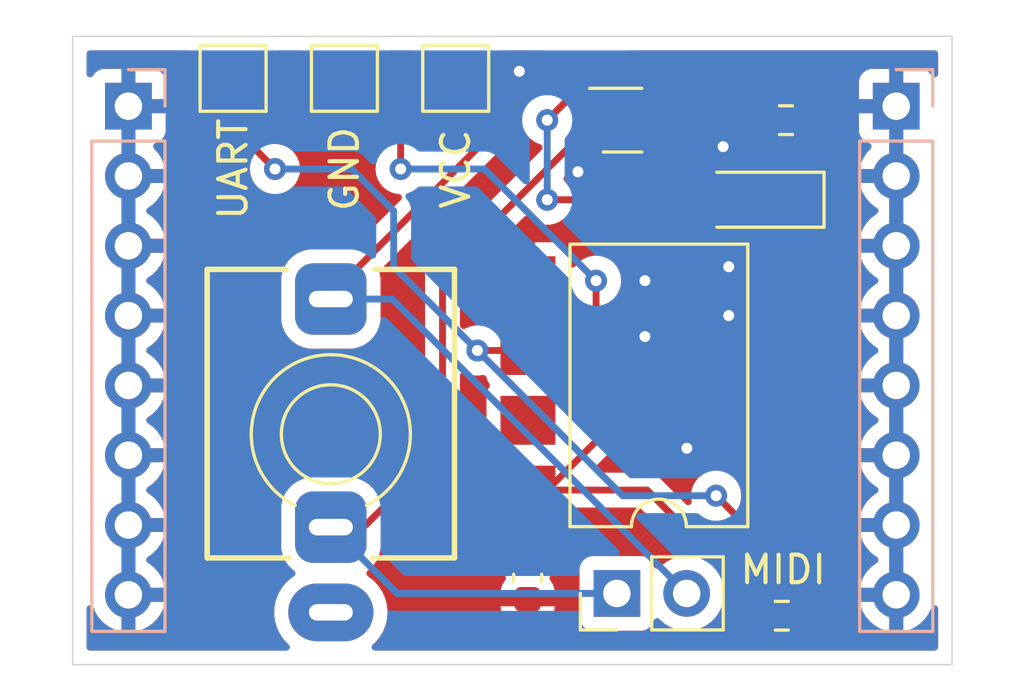
<source format=kicad_pcb>
(kicad_pcb (version 20211014) (generator pcbnew)
  (layers (0 "F.Cu" signal) (31 "B.Cu" signal) (34 "B.Paste" user) (35 "F.Paste" user) (36 "B.SilkS" user "B.Silkscreen") (37 "F.SilkS" user "F.Silkscreen") (38 "B.Mask" user) (39 "F.Mask" user) (44 "Edge.Cuts" user))
  (net 0 "")
  (net 1 "+3V3")
  (net 2 "GND")
  (net 6 "Net-(D1-Pad1)")
  (net 7 "Net-(D1-Pad2)")
  (net 8 "Net-(D1-Pad3)")
  (net 9 "Net-(D1-Pad6)")
  (net 10 "Net-(D2-Pad1)")
  (net 11 "/uart")
  (footprint "TestPoint:TestPoint_Pad_2.0x2.0mm" (layer "F.Cu") (at 103.35 75.184)
    (fp_text reference "J4")
    (fp_text value "VCC" (at 0 3.302 -90) (layer "F.SilkS"))
    (fp_line (start -1.2 -1.2) (end 1.2 -1.2) (layer "F.SilkS") (width 0.12))
    (fp_line (start 1.2 -1.2) (end 1.2 1.2) (layer "F.SilkS") (width 0.12))
    (fp_line (start -1.2 1.2) (end -1.2 -1.2) (layer "F.SilkS") (width 0.12))
    (fp_line (start 1.2 1.2) (end -1.2 1.2) (layer "F.SilkS") (width 0.12))
    (pad "1" smd rect (at 0 0) (size 2 2) (layers "F.Cu" "F.Mask") (net 1 "+3V3"))
  )
  (footprint "Diode_SMD:D_SOD-123" (layer "F.Cu") (at 114.5032 79.6036 180)
    (fp_text reference "D2")
    (fp_text value "1N4148")
    (fp_line (start -2.25 -1) (end 1.65 -1) (layer "F.SilkS") (width 0.12))
    (fp_line (start -2.25 1) (end 1.65 1) (layer "F.SilkS") (width 0.12))
    (fp_line (start -2.25 -1) (end -2.25 1) (layer "F.SilkS") (width 0.12))
    (pad "1" smd rect (at -1.65 0 180) (size 0.9 1.2) (layers "F.Cu" "F.Paste" "F.Mask") (net 10 "Net-(D2-Pad1)"))
    (pad "2" smd rect (at 1.65 0 180) (size 0.9 1.2) (layers "F.Cu" "F.Paste" "F.Mask") (net 6 "Net-(D1-Pad1)"))
  )
  (footprint "TestPoint:TestPoint_Pad_2.0x2.0mm" (layer "F.Cu") (at 95.25 75.184)
    (fp_text reference "J2")
    (fp_text value "UART" (at 0 3.302 -90) (layer "F.SilkS"))
    (fp_line (start 1.2 -1.2) (end 1.2 1.2) (layer "F.SilkS") (width 0.12))
    (fp_line (start -1.2 1.2) (end -1.2 -1.2) (layer "F.SilkS") (width 0.12))
    (fp_line (start -1.2 -1.2) (end 1.2 -1.2) (layer "F.SilkS") (width 0.12))
    (fp_line (start 1.2 1.2) (end -1.2 1.2) (layer "F.SilkS") (width 0.12))
    (pad "1" smd rect (at 0 0) (size 2 2) (layers "F.Cu" "F.Mask") (net 11 "/uart"))
  )
  (footprint "Package_DIP:SMDIP-8_W9.53mm" (layer "F.Cu") (at 110.744 86.36 180)
    (fp_text reference "U1")
    (fp_text value "6N137")
    (fp_line (start -3.235 5.14) (end 3.235 5.14) (layer "F.SilkS") (width 0.12))
    (fp_line (start -1 -5.14) (end -3.235 -5.14) (layer "F.SilkS") (width 0.12))
    (fp_line (start 3.235 5.14) (end 3.235 -5.14) (layer "F.SilkS") (width 0.12))
    (fp_line (start 3.235 -5.14) (end 1 -5.14) (layer "F.SilkS") (width 0.12))
    (fp_line (start -3.235 -5.14) (end -3.235 5.14) (layer "F.SilkS") (width 0.12))
    (fp_arc (start 1 -5.14) (mid 0 -4.14) (end -1 -5.14) (layer "F.SilkS") (width 0.12))
    (pad "1" smd rect (at -4.765 -3.81 180) (size 2 1.78) (layers "F.Cu" "F.Paste" "F.Mask"))
    (pad "2" smd rect (at -4.765 -1.27 180) (size 2 1.78) (layers "F.Cu" "F.Paste" "F.Mask") (net 10 "Net-(D2-Pad1)"))
    (pad "3" smd rect (at -4.765 1.27 180) (size 2 1.78) (layers "F.Cu" "F.Paste" "F.Mask") (net 6 "Net-(D1-Pad1)"))
    (pad "4" smd rect (at -4.765 3.81 180) (size 2 1.78) (layers "F.Cu" "F.Paste" "F.Mask"))
    (pad "5" smd rect (at 4.765 3.81 180) (size 2 1.78) (layers "F.Cu" "F.Paste" "F.Mask") (net 2 "GND"))
    (pad "6" smd rect (at 4.765 1.27 180) (size 2 1.78) (layers "F.Cu" "F.Paste" "F.Mask") (net 11 "/uart"))
    (pad "7" smd rect (at 4.765 -1.27 180) (size 2 1.78) (layers "F.Cu" "F.Paste" "F.Mask"))
    (pad "8" smd rect (at 4.765 -3.81 180) (size 2 1.78) (layers "F.Cu" "F.Paste" "F.Mask") (net 1 "+3V3"))
  )
  (footprint "Connector_PinHeader_2.54mm:PinHeader_1x02_P2.54mm_Vertical" (layer "F.Cu") (at 109.215 93.9292 90)
    (fp_text reference "MIDI" (at 0.8636 6.0502) (layer "F.SilkS"))
    (fp_text value "MIDI")
    (fp_line (start -1.33 0) (end -1.33 -1.33) (layer "F.SilkS") (width 0.12))
    (fp_line (start -1.33 1.27) (end -1.33 3.87) (layer "F.SilkS") (width 0.12))
    (fp_line (start -1.33 -1.33) (end 0 -1.33) (layer "F.SilkS") (width 0.12))
    (fp_line (start -1.33 1.27) (end 1.33 1.27) (layer "F.SilkS") (width 0.12))
    (fp_line (start 1.33 1.27) (end 1.33 3.87) (layer "F.SilkS") (width 0.12))
    (fp_line (start -1.33 3.87) (end 1.33 3.87) (layer "F.SilkS") (width 0.12))
    (pad "1" thru_hole rect (at 0 0 90) (size 1.7 1.7) (drill 1) (layers *.Cu *.Mask) (net 8 "Net-(D1-Pad3)"))
    (pad "2" thru_hole oval (at 0 2.54 90) (size 1.7 1.7) (drill 1) (layers *.Cu *.Mask) (net 9 "Net-(D1-Pad6)"))
  )
  (footprint "Resistor_SMD:R_0603_1608Metric" (layer "F.Cu") (at 115.2144 94.742 180)
    (fp_text reference "R2")
    (fp_text value "10k")
    (fp_line (start -0.237258 0.5225) (end 0.237258 0.5225) (layer "F.SilkS") (width 0.12))
    (fp_line (start -0.237258 -0.5225) (end 0.237258 -0.5225) (layer "F.SilkS") (width 0.12))
    (pad "1" smd roundrect (at -0.825 0 180) (size 0.8 0.95) (layers "F.Cu" "F.Paste" "F.Mask") (net 11 "/uart"))
    (pad "2" smd roundrect (at 0.825 0 180) (size 0.8 0.95) (layers "F.Cu" "F.Paste" "F.Mask") (net 1 "+3V3"))
  )
  (footprint "Resistor_SMD:R_0603_1608Metric" (layer "F.Cu") (at 115.3668 76.708 180)
    (fp_text reference "R1")
    (fp_text value "220R")
    (fp_line (start -0.237258 -0.5225) (end 0.237258 -0.5225) (layer "F.SilkS") (width 0.12))
    (fp_line (start -0.237258 0.5225) (end 0.237258 0.5225) (layer "F.SilkS") (width 0.12))
    (pad "1" smd roundrect (at -0.825 0 180) (size 0.8 0.95) (layers "F.Cu" "F.Paste" "F.Mask") (net 10 "Net-(D2-Pad1)"))
    (pad "2" smd roundrect (at 0.825 0 180) (size 0.8 0.95) (layers "F.Cu" "F.Paste" "F.Mask") (net 7 "Net-(D1-Pad2)"))
  )
  (footprint "TestPoint:TestPoint_Pad_2.0x2.0mm" (layer "F.Cu") (at 99.3 75.184)
    (fp_text reference "J3")
    (fp_text value "GND" (at 0 3.302 -90) (layer "F.SilkS"))
    (fp_line (start 1.2 1.2) (end -1.2 1.2) (layer "F.SilkS") (width 0.12))
    (fp_line (start -1.2 1.2) (end -1.2 -1.2) (layer "F.SilkS") (width 0.12))
    (fp_line (start -1.2 -1.2) (end 1.2 -1.2) (layer "F.SilkS") (width 0.12))
    (fp_line (start 1.2 -1.2) (end 1.2 1.2) (layer "F.SilkS") (width 0.12))
    (pad "1" smd rect (at 0 0) (size 2 2) (layers "F.Cu" "F.Mask") (net 2 "GND"))
  )
  (footprint "Package_TO_SOT_SMD:SOT-363_SC-70-6" (layer "F.Cu") (at 109.4232 76.708)
    (fp_text reference "D1")
    (fp_text value "BAT54XY")
    (fp_line (start -0.7 1.16) (end 0.7 1.16) (layer "F.SilkS") (width 0.12))
    (fp_line (start 0.7 -1.16) (end -1.2 -1.16) (layer "F.SilkS") (width 0.12))
    (pad "1" smd rect (at -0.95 -0.65) (size 0.65 0.4) (layers "F.Cu" "F.Paste" "F.Mask") (net 6 "Net-(D1-Pad1)"))
    (pad "2" smd rect (at -0.95 0) (size 0.65 0.4) (layers "F.Cu" "F.Paste" "F.Mask") (net 7 "Net-(D1-Pad2)"))
    (pad "3" smd rect (at -0.95 0.65) (size 0.65 0.4) (layers "F.Cu" "F.Paste" "F.Mask") (net 8 "Net-(D1-Pad3)"))
    (pad "4" smd rect (at 0.95 0.65) (size 0.65 0.4) (layers "F.Cu" "F.Paste" "F.Mask") (net 6 "Net-(D1-Pad1)"))
    (pad "5" smd rect (at 0.95 0) (size 0.65 0.4) (layers "F.Cu" "F.Paste" "F.Mask") (net 7 "Net-(D1-Pad2)"))
    (pad "6" smd rect (at 0.95 -0.65) (size 0.65 0.4) (layers "F.Cu" "F.Paste" "F.Mask") (net 9 "Net-(D1-Pad6)"))
  )
  (footprint "AudioJacks:Jack_3.5mm_QingPu_WQP-PJ366ST_Vertical" (layer "F.Cu") (at 98.806 88.138)
    (fp_text reference "J1")
    (fp_text value "PJ366ST")
    (fp_line (start 1.5 4.5) (end 4.5 4.5) (layer "F.SilkS") (width 0.2))
    (fp_line (start 1.6 -6) (end 4.5 -6) (layer "F.SilkS") (width 0.2))
    (fp_line (start 4.5 4.5) (end 4.5 -6) (layer "F.SilkS") (width 0.2))
    (fp_line (start -4.5 4.5) (end -4.5 -6) (layer "F.SilkS") (width 0.2))
    (fp_line (start -4.5 4.5) (end -1.5 4.5) (layer "F.SilkS") (width 0.2))
    (fp_line (start -4.5 -6) (end -1.6 -6) (layer "F.SilkS") (width 0.2))
    (fp_arc (start -1.296263 2.588577) (mid -2.817353 -0.665994) (end 0 -2.895) (layer "F.SilkS") (width 0.12))
    (fp_arc (start 0 -2.895) (mid 2.817353 -0.665994) (end 1.296263 2.588577) (layer "F.SilkS") (width 0.12))
    (fp_circle (center 0 0) (end -1.8 0) (layer "F.SilkS") (width 0.12) (fill none))
    (pad "R" thru_hole roundrect (at 0 3.38) (size 2.6 2.6) (drill oval 1.6 0.6) (layers *.Cu *.Mask) (net 8 "Net-(D1-Pad3)"))
    (pad "S" thru_hole oval (at 0 6.48) (size 3.1 2.1) (drill oval 1.6 0.6) (layers *.Cu *.Mask))
    (pad "T" thru_hole roundrect (at 0 -4.92) (size 2.6 2.6) (drill oval 1.6 0.6) (layers *.Cu *.Mask) (net 9 "Net-(D1-Pad6)"))
  )
  (footprint "Capacitor_SMD:C_0603_1608Metric" (layer "F.Cu") (at 105.9688 93.3704 -90)
    (fp_text reference "C1")
    (fp_text value "100n")
    (fp_line (start -0.14058 0.51) (end 0.14058 0.51) (layer "F.SilkS") (width 0.12))
    (fp_line (start -0.14058 -0.51) (end 0.14058 -0.51) (layer "F.SilkS") (width 0.12))
    (pad "1" smd roundrect (at -0.775 0 270) (size 0.9 0.95) (layers "F.Cu" "F.Paste" "F.Mask") (net 1 "+3V3"))
    (pad "2" smd roundrect (at 0.775 0 270) (size 0.9 0.95) (layers "F.Cu" "F.Paste" "F.Mask") (net 2 "GND"))
  )
  (footprint "Connector_PinHeader_2.54mm:PinHeader_1x08_P2.54mm_Vertical" (layer "B.Cu") (at 119.38 76.2 180)
    (fp_text reference "J6")
    (fp_text value "Conn_01x08")
    (fp_line (start -1.33 1.33) (end 0 1.33) (layer "B.SilkS") (width 0.12))
    (fp_line (start -1.33 -1.27) (end 1.33 -1.27) (layer "B.SilkS") (width 0.12))
    (fp_line (start 1.33 -1.27) (end 1.33 -19.11) (layer "B.SilkS") (width 0.12))
    (fp_line (start -1.33 -19.11) (end 1.33 -19.11) (layer "B.SilkS") (width 0.12))
    (fp_line (start -1.33 0) (end -1.33 1.33) (layer "B.SilkS") (width 0.12))
    (fp_line (start -1.33 -1.27) (end -1.33 -19.11) (layer "B.SilkS") (width 0.12))
    (pad "1" thru_hole rect (at 0 0 180) (size 1.7 1.7) (drill 1) (layers *.Cu *.Mask) (net 2 "GND"))
    (pad "2" thru_hole oval (at 0 -2.54 180) (size 1.7 1.7) (drill 1) (layers *.Cu *.Mask) (net 2 "GND"))
    (pad "3" thru_hole oval (at 0 -5.08 180) (size 1.7 1.7) (drill 1) (layers *.Cu *.Mask) (net 2 "GND"))
    (pad "4" thru_hole oval (at 0 -7.62 180) (size 1.7 1.7) (drill 1) (layers *.Cu *.Mask) (net 2 "GND"))
    (pad "5" thru_hole oval (at 0 -10.16 180) (size 1.7 1.7) (drill 1) (layers *.Cu *.Mask) (net 2 "GND"))
    (pad "6" thru_hole oval (at 0 -12.7 180) (size 1.7 1.7) (drill 1) (layers *.Cu *.Mask) (net 2 "GND"))
    (pad "7" thru_hole oval (at 0 -15.24 180) (size 1.7 1.7) (drill 1) (layers *.Cu *.Mask) (net 2 "GND"))
    (pad "8" thru_hole oval (at 0 -17.78 180) (size 1.7 1.7) (drill 1) (layers *.Cu *.Mask) (net 2 "GND"))
  )
  (footprint "Connector_PinHeader_2.54mm:PinHeader_1x08_P2.54mm_Vertical" (layer "B.Cu") (at 91.44 76.2 180)
    (fp_text reference "J5")
    (fp_text value "Conn_01x08")
    (fp_line (start -1.33 -1.27) (end -1.33 -19.11) (layer "B.SilkS") (width 0.12))
    (fp_line (start -1.33 -1.27) (end 1.33 -1.27) (layer "B.SilkS") (width 0.12))
    (fp_line (start 1.33 -1.27) (end 1.33 -19.11) (layer "B.SilkS") (width 0.12))
    (fp_line (start -1.33 0) (end -1.33 1.33) (layer "B.SilkS") (width 0.12))
    (fp_line (start -1.33 -19.11) (end 1.33 -19.11) (layer "B.SilkS") (width 0.12))
    (fp_line (start -1.33 1.33) (end 0 1.33) (layer "B.SilkS") (width 0.12))
    (pad "1" thru_hole rect (at 0 0 180) (size 1.7 1.7) (drill 1) (layers *.Cu *.Mask) (net 2 "GND"))
    (pad "2" thru_hole oval (at 0 -2.54 180) (size 1.7 1.7) (drill 1) (layers *.Cu *.Mask) (net 2 "GND"))
    (pad "3" thru_hole oval (at 0 -5.08 180) (size 1.7 1.7) (drill 1) (layers *.Cu *.Mask) (net 2 "GND"))
    (pad "4" thru_hole oval (at 0 -7.62 180) (size 1.7 1.7) (drill 1) (layers *.Cu *.Mask) (net 2 "GND"))
    (pad "5" thru_hole oval (at 0 -10.16 180) (size 1.7 1.7) (drill 1) (layers *.Cu *.Mask) (net 2 "GND"))
    (pad "6" thru_hole oval (at 0 -12.7 180) (size 1.7 1.7) (drill 1) (layers *.Cu *.Mask) (net 2 "GND"))
    (pad "7" thru_hole oval (at 0 -15.24 180) (size 1.7 1.7) (drill 1) (layers *.Cu *.Mask) (net 2 "GND"))
    (pad "8" thru_hole oval (at 0 -17.78 180) (size 1.7 1.7) (drill 1) (layers *.Cu *.Mask) (net 2 "GND"))
  )
  (gr_rect (start 89.408 73.66) (end 121.412 96.52) (layer "Edge.Cuts") (width 0.05) (fill none))
  (segment (start 106.68 90.17) (end 108.458 88.392) (width 0.25) (layer "F.Cu") (net 1))
  (segment (start 105.979 90.17) (end 110.3128 90.17) (width 0.25) (layer "F.Cu") (net 1))
  (segment (start 105.979 90.17) (end 106.68 90.17) (width 0.25) (layer "F.Cu") (net 1))
  (segment (start 102.616 75.184) (end 101.346 76.454) (width 0.25) (layer "F.Cu") (net 1))
  (segment (start 105.9688 90.1802) (end 105.979 90.17) (width 0.25) (layer "F.Cu") (net 1))
  (segment (start 108.458 88.392) (end 108.458 82.55) (width 0.25) (layer "F.Cu") (net 1))
  (segment (start 114.3894 94.2466) (end 110.3128 90.17) (width 0.25) (layer "F.Cu") (net 1))
  (segment (start 103.35 75.184) (end 102.616 75.184) (width 0.25) (layer "F.Cu") (net 1))
  (segment (start 105.9688 92.5954) (end 105.9688 90.1802) (width 0.25) (layer "F.Cu") (net 1))
  (segment (start 114.3894 94.742) (end 114.3894 94.2466) (width 0.25) (layer "F.Cu") (net 1))
  (segment (start 101.346 76.454) (end 101.346 78.486) (width 0.25) (layer "F.Cu") (net 1))
  (via (at 101.346 78.486) (size 0.8) (drill 0.4) (layers "F.Cu" "B.Cu") (net 1))
  (via (at 108.458 82.55) (size 0.8) (drill 0.4) (layers "F.Cu" "B.Cu") (net 1))
  (segment (start 104.394 78.486) (end 101.346 78.486) (width 0.25) (layer "B.Cu") (net 1))
  (segment (start 108.458 82.55) (end 104.394 78.486) (width 0.25) (layer "B.Cu") (net 1))
  (via (at 107.7976 78.5876) (size 0.8) (drill 0.4) (layers "F.Cu" "B.Cu") (net 2))
  (via (at 113.284 83.82) (size 0.8) (drill 0.4) (layers "F.Cu" "B.Cu") (net 2))
  (via (at 110.236 82.55) (size 0.8) (drill 0.4) (layers "F.Cu" "B.Cu") (net 2))
  (via (at 113.284 82.042) (size 0.8) (drill 0.4) (layers "F.Cu" "B.Cu") (net 2))
  (via (at 111.76 88.646) (size 0.8) (drill 0.4) (layers "F.Cu" "B.Cu") (net 2))
  (via (at 110.236 84.582) (size 0.8) (drill 0.4) (layers "F.Cu" "B.Cu") (net 2))
  (via (at 113.0808 77.6732) (size 0.8) (drill 0.4) (layers "F.Cu" "B.Cu") (net 2))
  (via (at 105.664 74.93) (size 0.8) (drill 0.4) (layers "F.Cu" "B.Cu") (net 2))
  (segment (start 109.7232 76.454) (end 109.3272 76.058) (width 0.25) (layer "F.Cu") (net 6))
  (segment (start 110.3732 77.358) (end 109.7982 77.358) (width 0.25) (layer "F.Cu") (net 6))
  (segment (start 112.8532 79.6036) (end 106.68 79.6036) (width 0.25) (layer "F.Cu") (net 6))
  (segment (start 113.03 85.09) (end 112.3696 84.4296) (width 0.25) (layer "F.Cu") (net 6))
  (segment (start 109.7232 77.283) (end 109.7232 76.454) (width 0.25) (layer "F.Cu") (net 6))
  (segment (start 115.509 85.09) (end 113.03 85.09) (width 0.25) (layer "F.Cu") (net 6))
  (segment (start 112.3696 80.0872) (end 112.8532 79.6036) (width 0.25) (layer "F.Cu") (net 6))
  (segment (start 109.7982 77.358) (end 109.7232 77.283) (width 0.25) (layer "F.Cu") (net 6))
  (segment (start 107.33 76.058) (end 108.4732 76.058) (width 0.25) (layer "F.Cu") (net 6))
  (segment (start 109.3272 76.058) (end 108.4732 76.058) (width 0.25) (layer "F.Cu") (net 6))
  (segment (start 106.68 76.708) (end 107.33 76.058) (width 0.25) (layer "F.Cu") (net 6))
  (segment (start 112.3696 84.4296) (end 112.3696 80.0872) (width 0.25) (layer "F.Cu") (net 6))
  (via (at 106.68 76.708) (size 0.8) (drill 0.4) (layers "F.Cu" "B.Cu") (net 6))
  (via (at 106.68 79.6036) (size 0.8) (drill 0.4) (layers "F.Cu" "B.Cu") (net 6))
  (segment (start 106.68 79.6036) (end 106.68 76.708) (width 0.25) (layer "B.Cu") (net 6))
  (segment (start 108.4732 76.708) (end 109.0482 76.708) (width 0.25) (layer "F.Cu") (net 7))
  (segment (start 109.8804 78.232) (end 111.0488 78.232) (width 0.25) (layer "F.Cu") (net 7))
  (segment (start 109.0482 76.708) (end 109.2732 76.933) (width 0.25) (layer "F.Cu") (net 7))
  (segment (start 111.0488 78.232) (end 112.5728 76.708) (width 0.25) (layer "F.Cu") (net 7))
  (segment (start 109.2732 77.6248) (end 109.8804 78.232) (width 0.25) (layer "F.Cu") (net 7))
  (segment (start 109.2732 76.933) (end 109.2732 77.6248) (width 0.25) (layer "F.Cu") (net 7))
  (segment (start 112.5728 76.708) (end 114.5418 76.708) (width 0.25) (layer "F.Cu") (net 7))
  (segment (start 110.3732 76.708) (end 112.5728 76.708) (width 0.25) (layer "F.Cu") (net 7))
  (segment (start 99.998 91.518) (end 98.806 91.518) (width 0.25) (layer "F.Cu") (net 8))
  (segment (start 102.87 88.646) (end 99.998 91.518) (width 0.25) (layer "F.Cu") (net 8))
  (segment (start 108.4732 77.358) (end 107.808 77.358) (width 0.25) (layer "F.Cu") (net 8))
  (segment (start 102.87 82.296) (end 102.87 88.646) (width 0.25) (layer "F.Cu") (net 8))
  (segment (start 107.808 77.358) (end 102.87 82.296) (width 0.25) (layer "F.Cu") (net 8))
  (segment (start 109.215 93.9292) (end 101.2172 93.9292) (width 0.25) (layer "B.Cu") (net 8))
  (segment (start 101.2172 93.9292) (end 98.806 91.518) (width 0.25) (layer "B.Cu") (net 8))
  (segment (start 98.806 83.058) (end 98.806 83.218) (width 0.25) (layer "F.Cu") (net 9))
  (segment (start 107.188 74.676) (end 98.806 83.058) (width 0.25) (layer "F.Cu") (net 9))
  (segment (start 110.3732 76.058) (end 108.9912 74.676) (width 0.25) (layer "F.Cu") (net 9))
  (segment (start 108.9912 74.676) (end 107.188 74.676) (width 0.25) (layer "F.Cu") (net 9))
  (segment (start 101.0438 83.218) (end 98.806 83.218) (width 0.25) (layer "B.Cu") (net 9))
  (segment (start 111.755 93.9292) (end 101.0438 83.218) (width 0.25) (layer "B.Cu") (net 9))
  (segment (start 116.1532 76.7466) (end 116.1532 79.6036) (width 0.25) (layer "F.Cu") (net 10))
  (segment (start 117.348 86.36) (end 117.348 80.7984) (width 0.25) (layer "F.Cu") (net 10))
  (segment (start 115.509 87.63) (end 116.078 87.63) (width 0.25) (layer "F.Cu") (net 10))
  (segment (start 117.348 80.7984) (end 116.1532 79.6036) (width 0.25) (layer "F.Cu") (net 10))
  (segment (start 116.078 87.63) (end 117.348 86.36) (width 0.25) (layer "F.Cu") (net 10))
  (segment (start 116.1918 76.708) (end 116.1532 76.7466) (width 0.25) (layer "F.Cu") (net 10))
  (segment (start 96.774 78.486) (end 95.25 76.962) (width 0.25) (layer "F.Cu") (net 11))
  (segment (start 116.0394 94.742) (end 116.0394 93.5858) (width 0.25) (layer "F.Cu") (net 11))
  (segment (start 95.25 76.962) (end 95.25 75.184) (width 0.25) (layer "F.Cu") (net 11))
  (segment (start 105.979 85.09) (end 104.14 85.09) (width 0.25) (layer "F.Cu") (net 11))
  (segment (start 116.0394 93.5858) (end 112.8268 90.3732) (width 0.25) (layer "F.Cu") (net 11))
  (via (at 104.14 85.09) (size 0.8) (drill 0.4) (layers "F.Cu" "B.Cu") (net 11))
  (via (at 96.774 78.486) (size 0.8) (drill 0.4) (layers "F.Cu" "B.Cu") (net 11))
  (via (at 112.8268 90.3732) (size 0.8) (drill 0.4) (layers "F.Cu" "B.Cu") (net 11))
  (segment (start 112.8268 90.3732) (end 109.4232 90.3732) (width 0.25) (layer "B.Cu") (net 11))
  (segment (start 104.14 85.09) (end 101.092 82.042) (width 0.25) (layer "B.Cu") (net 11))
  (segment (start 101.092 80.01) (end 99.568 78.486) (width 0.25) (layer "B.Cu") (net 11))
  (segment (start 99.568 78.486) (end 96.774 78.486) (width 0.25) (layer "B.Cu") (net 11))
  (segment (start 101.092 82.042) (end 101.092 80.01) (width 0.25) (layer "B.Cu") (net 11))
  (segment (start 109.4232 90.3732) (end 104.14 85.09) (width 0.25) (layer "B.Cu") (net 11))
  (zone (net 2) (net_name "GND") (layers F&B.Cu) (connect_pads (clearance 0.508)) (min_thickness 0.254) (fill yes (thermal_gap 0.508) (thermal_bridge_width 0.508))
    (polygon (pts (xy 121.412 96.52) (xy 89.408 96.52) (xy 89.408 73.66) (xy 121.412 73.66)))
  )
)
</source>
